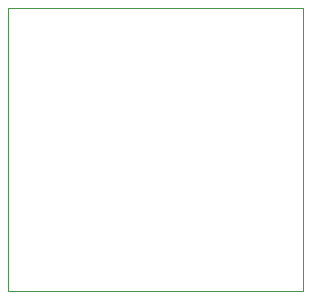
<source format=gm1>
G04 #@! TF.GenerationSoftware,KiCad,Pcbnew,6.0.5-a6ca702e91~116~ubuntu20.04.1*
G04 #@! TF.CreationDate,2022-06-19T14:06:46-04:00*
G04 #@! TF.ProjectId,sidekickvco_b2,73696465-6b69-4636-9b76-636f5f62322e,rev?*
G04 #@! TF.SameCoordinates,Original*
G04 #@! TF.FileFunction,Profile,NP*
%FSLAX46Y46*%
G04 Gerber Fmt 4.6, Leading zero omitted, Abs format (unit mm)*
G04 Created by KiCad (PCBNEW 6.0.5-a6ca702e91~116~ubuntu20.04.1) date 2022-06-19 14:06:46*
%MOMM*%
%LPD*%
G01*
G04 APERTURE LIST*
G04 #@! TA.AperFunction,Profile*
%ADD10C,0.100000*%
G04 #@! TD*
G04 APERTURE END LIST*
D10*
X162500707Y-87999292D02*
X162500707Y-112000707D01*
X137500000Y-112001000D02*
X137499292Y-87999292D01*
X162500707Y-112000707D02*
X137500000Y-112001000D01*
X137499292Y-87999292D02*
X162500707Y-87999292D01*
M02*

</source>
